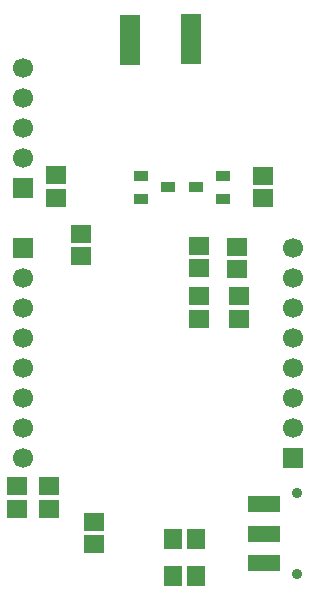
<source format=gbr>
G04 DipTrace 3.0.0.1*
G04 BottomMask.gbr*
%MOIN*%
G04 #@! TF.FileFunction,Soldermask,Bot*
G04 #@! TF.Part,Single*
%ADD49C,0.035433*%
%ADD60R,0.067717X0.167717*%
%ADD66R,0.106299X0.055118*%
%ADD68R,0.049213X0.033465*%
%ADD70C,0.066929*%
%ADD72R,0.066929X0.066929*%
%ADD82R,0.059055X0.066929*%
%ADD84R,0.066929X0.059055*%
%FSLAX26Y26*%
G04*
G70*
G90*
G75*
G01*
G04 BotMask*
%LPD*%
D84*
X707743Y619029D3*
Y544226D3*
D82*
X1046851Y439108D3*
X972047D3*
X1046830Y562730D3*
X972026D3*
D84*
X1186352Y1535171D3*
Y1460368D3*
X666011Y1578740D3*
Y1503937D3*
D72*
X472047Y1732677D3*
D70*
Y1832677D3*
Y1932677D3*
Y2032677D3*
Y2132677D3*
D72*
X472179Y1532677D3*
D70*
Y1432677D3*
Y1332677D3*
Y1232677D3*
Y1132677D3*
Y1032677D3*
Y932677D3*
Y832677D3*
D72*
X1372047Y832546D3*
D70*
Y932546D3*
Y1032546D3*
Y1132546D3*
Y1232546D3*
Y1332546D3*
Y1432546D3*
Y1532546D3*
D68*
X1139239Y1770998D3*
Y1696194D3*
X1048688Y1733596D3*
X865879Y1696194D3*
Y1770998D3*
X956431Y1733596D3*
D84*
X453019Y662336D3*
Y737139D3*
X556693Y737664D3*
Y662861D3*
X581628Y1773229D3*
Y1698425D3*
X1058137Y1370866D3*
Y1296063D3*
X1190158Y1370210D3*
Y1295407D3*
X1056562Y1463780D3*
Y1538583D3*
X1272835Y1771391D3*
Y1696588D3*
D66*
X1276509Y677953D3*
Y579528D3*
Y481103D3*
D49*
X1384777Y713386D3*
Y445670D3*
D60*
X829856Y2224679D3*
X1030250Y2226647D3*
M02*

</source>
